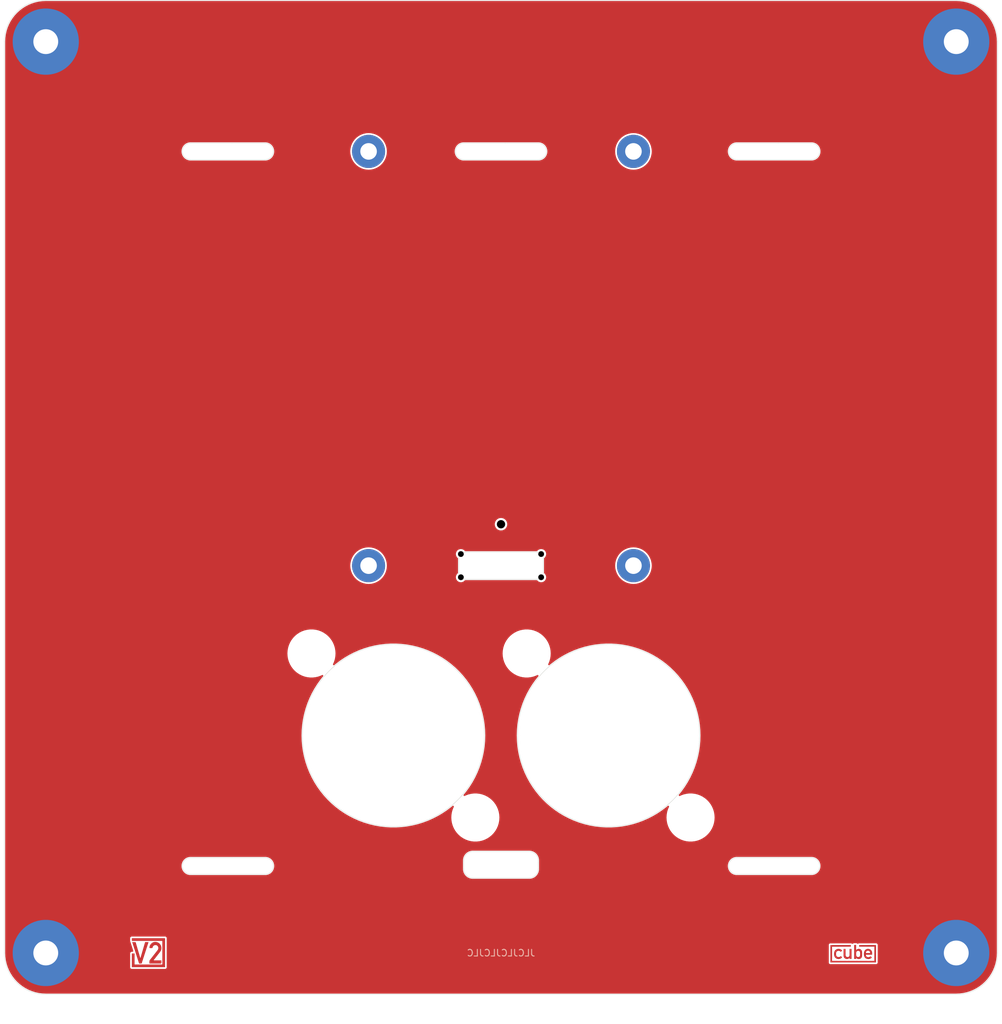
<source format=kicad_pcb>
(kicad_pcb (version 20240108) (generator "pcbnew") (generator_version "8.0")
  (title_block (date "2023-07-17") (rev "1"))
  (layers (0 "F.Cu" signal "Front") (31 "B.Cu" signal "Back") (36 "B.SilkS" user "B.Silkscreen") (37 "F.SilkS" user "F.Silkscreen") (38 "B.Mask" user) (39 "F.Mask" user) (44 "Edge.Cuts" user))
  (property "Order-Number" "JLCJLCJLCJLC")
  (net 0 "")
  (net 1 "GND")
  (footprint "V2_PCB_Devices:PCB_USB-C_Horizontal" (layer "F.Cu") (at 177 97.75 180)
    (property "Reference" "USB101" (hide yes))
    (property "Value" "USB-C_Horizontal" (hide yes))
    (fp_line (start 4.5 -2.1) (end 4.5 -1.1) (stroke (width 0.05)) (layer "Edge.Cuts"))
    (fp_line (start -3.4 0) (end 3.4 0) (stroke (width 0.05)) (layer "Edge.Cuts"))
    (fp_line (start -3.4 -3.2) (end 3.4 -3.2) (stroke (width 0.05)) (layer "Edge.Cuts"))
    (fp_line (start -4.5 -1.35) (end -4.5 -1.35) (stroke (width 0.05)) (layer "Edge.Cuts"))
    (fp_line (start -4.5 -2.1) (end -4.5 -1.1) (stroke (width 0.05)) (layer "Edge.Cuts"))
    (fp_arc (start 4.5 -1.1) (mid 4.177817 -0.322183) (end 3.4 0) (stroke (width 0.05)) (layer "Edge.Cuts"))
    (fp_arc (start 3.4 -3.2) (mid 4.177817 -2.877817) (end 4.5 -2.1) (stroke (width 0.05)) (layer "Edge.Cuts"))
    (fp_arc (start -3.4 0) (mid -4.177817 -0.322183) (end -4.5 -1.1) (stroke (width 0.05)) (layer "Edge.Cuts"))
    (fp_arc (start -4.5 -2.1) (mid -4.177817 -2.877817) (end -3.4 -3.2) (stroke (width 0.05)) (layer "Edge.Cuts"))
  )
  (footprint "V2_Mechanical:MountingHole_2mm_Pad_4mm" (layer "F.Cu") (at 193 63.25)
    (property "Reference" "H101" (hide yes))
    (property "Value" "Mounting_Hole")
    (pad "1" thru_hole custom (at 0 0) (size 4 4) (drill 2) (layers "*.Cu" "*.Mask") (options (clearance outline) (anchor circle)) (primitives (gr_bbox (start -0.75 -0.75) (end 0.75 0.75) (fill no))))
  )
  (footprint "V2_PCB_Devices:PCB_EtherCon_Horizontal" (layer "F.Cu") (at 190 96.25)
    (property "Reference" "SWT103" (hide yes))
    (property "Value" "EtherCon_Horizontal" (hide yes))
    (fp_circle (center 0 -12.5) (end 11 -12.5) (stroke (width 0.05)) (fill none) (layer "Edge.Cuts"))
    (pad "" np_thru_hole circle (at -9.9 -22.4) (size 3 3) (drill 3) (layers "F&B.Cu" "*.Mask"))
    (pad "" np_thru_hole circle (at 9.9 -2.6) (size 3 3) (drill 3) (layers "F&B.Cu" "*.Mask"))
  )
  (footprint "V2_Artwork:Logo_Small" (layer "F.Cu") (at 134.5 110)
    (property "Reference" "ICON102" (hide yes))
    (property "Value" "V2-logo" (hide yes))
    (fp_poly (pts (xy 1.91 1.7195) (xy -2.1005 1.7195) (xy -2.1005 0.0585) (xy -1.773 0.0585) (xy -1.773 1.392) (xy 1.5825 1.392) (xy 1.5825 -1.4555) (xy -2.1005 -1.4555) (xy -2.1005 -1.783) (xy 1.91 -1.783)) (fill solid) (layer "F.Cu"))
    (fp_poly (pts (xy -1.617677 -1.221322) (xy -1.084635 0.601822) (xy -1.059048 0.604213) (xy -0.526231 -1.218162) (xy -0.494416 -1.314387) (xy -0.190339 -1.314387) (xy -0.085353 -1.31286) (xy -0.918222 1.270316) (xy -1.019731 1.273487) (xy -1.223737 1.273487) (xy -2.056569 -1.309583) (xy -1.95594 -1.314387) (xy -1.651908 -1.314387)) (fill solid) (layer "F.Cu"))
    (fp_poly (pts (xy 0.862421 -1.32688) (xy 0.960344 -1.303887) (xy 1.053932 -1.266924) (xy 1.140943 -1.216397) (xy 1.219701 -1.153847) (xy 1.289786 -1.081749) (xy 1.350542 -1.001625) (xy 1.399768 -0.913898) (xy 1.435918 -0.820016) (xy 1.458468 -0.722) (xy 1.467956 -0.621911) (xy 1.465544 -0.521418) (xy 1.450928 -0.421932) (xy 1.422941 -0.325314) (xy 1.381219 -0.233761) (xy 1.32667 -0.149382) (xy 0.531352 0.87181) (xy 0.569453 0.895459) (xy 1.36796 0.895459) (xy 1.468453 0.900054) (xy 1.468453 1.206089) (xy 1.430088 1.273471) (xy 0.0225 1.273487) (xy 0.0225 0.967661) (xy 0.055771 0.877369) (xy 0.979104 -0.30523) (xy 1.038253 -0.385132) (xy 1.080844 -0.473929) (xy 1.098164 -0.570885) (xy 1.091767 -0.669077) (xy 1.059415 -0.761986) (xy 1.005396 -0.844371) (xy 0.93265 -0.91011) (xy 0.842392 -0.947991) (xy 0.744555 -0.957379) (xy 0.647511 -0.941672) (xy 0.558941 -0.899254) (xy 0.485254 -0.834228) (xy 0.432401 -0.751364) (xy 0.402317 -0.656406) (xy 0.361353 -0.584278) (xy 0.055147 -0.584278) (xy 0.02538 -0.657535) (xy 0.039764 -0.758101) (xy 0.066781 -0.854983) (xy 0.107035 -0.947172) (xy 0.159906 -1.032748) (xy 0.223839 -1.110347) (xy 0.296655 -1.179682) (xy 0.377971 -1.238903) (xy 0.467163 -1.285515) (xy 0.562602 -1.317508) (xy 0.661819 -1.334283) (xy 0.76236 -1.336756)) (fill solid) (layer "F.Cu"))
    (zone (net 0) (net_name "") (layer "F.Cu") (connect_pads (clearance 0)) (min_thickness 0.254)
      (keepout (tracks not_allowed) (vias not_allowed) (pads not_allowed) (copperpour not_allowed) (footprints allowed))
      (fill (thermal_gap 0.508) (thermal_bridge_width 0.508))
      (polygon (pts (xy 132.2775 111.8415) (xy 136.532 111.8415) (xy 136.532 108.095) (xy 132.2775 108.095) (xy 132.2775 108.63475) (xy 132.70295 109.9365) (xy 132.2775 109.9365)))
    )
  )
  (footprint "V2_Mechanical:MountingHole_3mm_Pad_8mm" (layer "F.Cu") (at 122 0)
    (property "Reference" "H106" (hide yes))
    (property "Value" "Mounting_Hole")
    (pad "1" thru_hole custom (at 0 0) (size 8 8) (drill 3) (layers "*.Cu" "*.Mask") (net 1 "GND") (options (clearance outline) (anchor circle)) (primitives (gr_bbox (start -0.75 -0.75) (end 0.75 0.75) (fill no))))
  )
  (footprint "V2_Mechanical:MountingHole_2mm_Pad_4mm" (layer "F.Cu") (at 161 63.25)
    (property "Reference" "H104" (hide yes))
    (property "Value" "Mounting_Hole")
    (pad "1" thru_hole custom (at 0 0) (size 4 4) (drill 2) (layers "*.Cu" "*.Mask") (options (clearance outline) (anchor circle)) (primitives (gr_bbox (start -0.75 -0.75) (end 0.75 0.75) (fill no))))
  )
  (footprint "V2_Artwork:Board_cube_Small" (layer "F.Cu") (at 219.5 110)
    (property "Reference" "ICON101" (hide yes))
    (property "Value" "Board_cube")
    (fp_poly (pts (xy 2.804269 1.146786) (xy -2.702672 1.146786) (xy -2.702672 -0.956705) (xy -0.237898 -0.961707) (xy -0.237612 -0.763137) (xy -2.504363 -0.758635) (xy -2.504363 0.948216) (xy 2.606248 0.948216) (xy 2.60941 -0.764887) (xy 0.770026 -0.759885) (xy 0.769739 -0.958206) (xy 2.808292 -0.963957)) (fill solid) (layer "F.Cu"))
    (fp_poly (pts (xy -0.871949 0.232997) (xy -0.871683 0.248093) (xy -0.870885 0.262767) (xy -0.869555 0.277019) (xy -0.867691 0.290851) (xy -0.865293 0.304262) (xy -0.862361 0.317252) (xy -0.858894 0.32982) (xy -0.854892 0.341968) (xy -0.850353 0.353695) (xy -0.845277 0.365) (xy -0.839664 0.375884) (xy -0.833512 0.386348) (xy -0.826822 0.39639) (xy -0.819593 0.406011) (xy -0.811824 0.415211) (xy -0.803514 0.423989) (xy -0.794943 0.432288) (xy -0.786083 0.440046) (xy -0.776933 0.447266) (xy -0.767493 0.453948) (xy -0.757763 0.460091) (xy -0.747743 0.465698) (xy -0.737434 0.470767) (xy -0.726834 0.475301) (xy -0.715945 0.479299) (xy -0.704765 0.482762) (xy -0.693296 0.485691) (xy -0.681537 0.488086) (xy -0.669488 0.489948) (xy -0.657149 0.491277) (xy -0.644521 0.492074) (xy -0.631602 0.492339) (xy -0.618616 0.492074) (xy -0.605938 0.491277) (xy -0.593569 0.489948) (xy -0.581506 0.488086) (xy -0.569751 0.485691) (xy -0.558302 0.482762) (xy -0.547158 0.479299) (xy -0.536319 0.475301) (xy -0.525784 0.470767) (xy -0.515554 0.465698) (xy -0.505626 0.460091) (xy -0.496001 0.453948) (xy -0.486678 0.447266) (xy -0.477656 0.440046) (xy -0.468935 0.432288) (xy -0.460515 0.423989) (xy -0.45235 0.415211) (xy -0.444708 0.406011) (xy -0.437589 0.39639) (xy -0.430993 0.386348) (xy -0.424922 0.375884) (xy -0.419375 0.365) (xy -0.414354 0.353695) (xy -0.409859 0.341968) (xy -0.40589 0.32982) (xy -0.402448 0.317252) (xy -0.399535 0.304262) (xy -0.397149 0.290851) (xy -0.395293 0.277019) (xy -0.393966 0.262767) (xy -0.39317 0.248093) (xy -0.392904 0.232997) (xy -0.392904 -0.485271) (xy -0.150085 -0.485271) (xy -0.150085 0.721606) (xy -0.392904 0.721606) (xy -0.392904 0.592327) (xy -0.397852 0.592327) (xy -0.41306 0.609638) (xy -0.428848 0.625831) (xy -0.445214 0.640908) (xy -0.462158 0.654868) (xy -0.479679 0.667711) (xy -0.497777 0.679437) (xy -0.516451 0.690046) (xy -0.535701 0.699539) (xy -0.555525 0.707915) (xy -0.575924 0.715174) (xy -0.596897 0.721316) (xy -0.618442 0.726342) (xy -0.640561 0.730251) (xy -0.663251 0.733043) (xy -0.686512 0.734718) (xy -0.710344 0.735276) (xy -0.729012 0.734576) (xy -0.747448 0.733061) (xy -0.765654 0.730732) (xy -0.783629 0.727587) (xy -0.801375 0.723628) (xy -0.818892 0.718855) (xy -0.836181 0.713266) (xy -0.853243 0.706863) (xy -0.870077 0.699645) (xy -0.886685 0.691612) (xy -0.903066 0.682765) (xy -0.919223 0.673103) (xy -0.935155 0.662626) (xy -0.950863 0.651334) (xy -0.966347 0.639228) (xy -0.981609 0.626307) (xy -0.997494 0.612809) (xy -1.012374 0.598533) (xy -1.026249 0.58348) (xy -1.039119 0.567648) (xy -1.050985 0.551038) (xy -1.061845 0.533649) (xy -1.071701 0.515483) (xy -1.080552 0.496539) (xy -1.088397 0.476816) (xy -1.095238 0.456315) (xy -1.101074 0.435037) (xy -1.105905 0.41298) (xy -1.109732 0.390145) (xy -1.112553 0.366531) (xy -1.11437 0.34214) (xy -1.115181 0.316971) (xy -1.115181 -0.485271) (xy -0.871949 -0.485271)) (fill solid) (layer "F.Cu"))
    (fp_poly (pts (xy -1.7 -0.5) (xy -1.682782 -0.499076) (xy -1.665832 -0.497732) (xy -1.649151 -0.495969) (xy -1.632738 -0.493787) (xy -1.616593 -0.491186) (xy -1.600715 -0.488168) (xy -1.585103 -0.484733) (xy -1.569757 -0.480882) (xy -1.554675 -0.476614) (xy -1.539859 -0.471932) (xy -1.525306 -0.466834) (xy -1.511017 -0.461322) (xy -1.49699 -0.455397) (xy -1.483225 -0.449058) (xy -1.469722 -0.442307) (xy -1.456461 -0.435053) (xy -1.443421 -0.427496) (xy -1.430602 -0.419637) (xy -1.418003 -0.411476) (xy -1.405625 -0.403013) (xy -1.393465 -0.394248) (xy -1.381524 -0.385181) (xy -1.369801 -0.375811) (xy -1.358296 -0.36614) (xy -1.347007 -0.356167) (xy -1.335935 -0.345891) (xy -1.325078 -0.335314) (xy -1.314436 -0.324434) (xy -1.304009 -0.313253) (xy -1.293795 -0.301769) (xy -1.283795 -0.289983) (xy -1.462714 -0.130628) (xy -1.474469 -0.145471) (xy -1.486697 -0.159391) (xy -1.4994 -0.172387) (xy -1.512578 -0.18446) (xy -1.526232 -0.195611) (xy -1.540363 -0.20584) (xy -1.55497 -0.215148) (xy -1.570056 -0.223536) (xy -1.58562 -0.231003) (xy -1.601662 -0.237552) (xy -1.618184 -0.243181) (xy -1.635186 -0.247892) (xy -1.652669 -0.251685) (xy -1.670633 -0.254562) (xy -1.689079 -0.256521) (xy -1.708008 -0.257565) (xy -1.727035 -0.257481) (xy -1.745468 -0.256641) (xy -1.763307 -0.255046) (xy -1.780552 -0.252696) (xy -1.797203 -0.249591) (xy -1.813259 -0.245732) (xy -1.828721 -0.241117) (xy -1.843589 -0.235748) (xy -1.857862 -0.229624) (xy -1.871542 -0.222746) (xy -1.884627 -0.215113) (xy -1.897118 -0.206725) (xy -1.909015 -0.197584) (xy -1.920317 -0.187688) (xy -1.931025 -0.177038) (xy -1.941139 -0.165633) (xy -1.950659 -0.153475) (xy -1.959585 -0.140563) (xy -1.967916 -0.126896) (xy -1.975653 -0.112476) (xy -1.982796 -0.097302) (xy -1.989344 -0.081375) (xy -1.995299 -0.064693) (xy -2.000659 -0.047258) (xy -2.009597 -0.010128) (xy -2.016157 0.030015) (xy -2.020341 0.073171) (xy -2.022148 0.11934) (xy -2.021542 0.142654) (xy -2.020341 0.165216) (xy -2.018546 0.187025) (xy -2.016157 0.208081) (xy -2.013174 0.228384) (xy -2.009597 0.247935) (xy -2.005425 0.266734) (xy -2.000659 0.284779) (xy -1.995299 0.302073) (xy -1.989344 0.318614) (xy -1.982796 0.334403) (xy -1.975653 0.34944) (xy -1.967916 0.363725) (xy -1.959585 0.377258) (xy -1.950659 0.390039) (xy -1.941139 0.402068) (xy -1.931025 0.413345) (xy -1.920317 0.423871) (xy -1.909015 0.433645) (xy -1.897118 0.442667) (xy -1.884627 0.450938) (xy -1.871542 0.458457) (xy -1.857862 0.465225) (xy -1.843589 0.471242) (xy -1.828721 0.476508) (xy -1.813259 0.481022) (xy -1.797203 0.484786) (xy -1.780552 0.487798) (xy -1.763307 0.49006) (xy -1.745468 0.49157) (xy -1.727035 0.49233) (xy -1.708008 0.492339) (xy -1.689079 0.491575) (xy -1.670633 0.489868) (xy -1.652669 0.487218) (xy -1.635186 0.483625) (xy -1.618184 0.479089) (xy -1.601662 0.47361) (xy -1.58562 0.467189) (xy -1.570056 0.459824) (xy -1.55497 0.451517) (xy -1.540363 0.442267) (xy -1.526232 0.432074) (xy -1.512578 0.420938) (xy -1.4994 0.408859) (xy -1.486697 0.395837) (xy -1.474469 0.381873) (xy -1.462714 0.366966) (xy -1.283795 0.526319) (xy -1.293795 0.537469) (xy -1.304009 0.548362) (xy -1.314436 0.558999) (xy -1.325078 0.56938) (xy -1.335935 0.579505) (xy -1.347007 0.589373) (xy -1.358296 0.598985) (xy -1.369801 0.60834) (xy -1.381524 0.61744) (xy -1.393465 0.626283) (xy -1.405625 0.634869) (xy -1.418003 0.643199) (xy -1.430602 0.651273) (xy -1.443421 0.659091) (xy -1.456461 0.666652) (xy -1.469722 0.673957) (xy -1.483225 0.681129) (xy -1.49699 0.687854) (xy -1.511017 0.69413) (xy -1.525306 0.699961) (xy -1.539859 0.705344) (xy -1.554675 0.710282) (xy -1.569757 0.714776) (xy -1.585103 0.718824) (xy -1.600715 0.722428) (xy -1.616593 0.72559) (xy -1.632738 0.728308) (xy -1.649151 0.730584) (xy -1.665832 0.732418) (xy -1.682782 0.733811) (xy -1.7 0.734764) (xy -1.717489 0.735276) (xy -1.744031 0.734709) (xy -1.770167 0.733006) (xy -1.795896 0.730168) (xy -1.821217 0.726196) (xy -1.84613 0.721088) (xy -1.870634 0.714845) (xy -1.894729 0.707467) (xy -1.918413 0.698954) (xy -1.941687 0.689305) (xy -1.96455 0.678522) (xy -1.987001 0.666603) (xy -2.00904 0.65355) (xy -2.030665 0.639361) (xy -2.051877 0.624037) (xy -2.072674 0.607578) (xy -2.093057 0.589984) (xy -2.113367 0.571117) (xy -2.132401 0.550841) (xy -2.150161 0.529157) (xy -2.166644 0.506065) (xy -2.181853 0.481565) (xy -2.195786 0.455658) (xy -2.208443 0.428345) (xy -2.219826 0.399627) (xy -2.229932 0.369503) (xy -2.238764 0.337974) (xy -2.24632 0.305042) (xy -2.2526 0.270706) (xy -2.257605 0.234967) (xy -2.261335 0.197826) (xy -2.263789 0.159284) (xy -2.264968 0.11934) (xy -2.263789 0.078892) (xy -2.261335 0.039864) (xy -2.257605 0.002254) (xy -2.2526 -0.033937) (xy -2.24632 -0.068708) (xy -2.238764 -0.102061) (xy -2.229932 -0.133995) (xy -2.219826 -0.16451) (xy -2.208443 -0.193607) (xy -2.195786 -0.221284) (xy -2.181853 -0.247542) (xy -2.166644 -0.272382) (xy -2.150161 -0.295802) (xy -2.132401 -0.317804) (xy -2.113367 -0.338387) (xy -2.093057 -0.357551) (xy -2.072674 -0.375136) (xy -2.051877 -0.391568) (xy -2.030665 -0.406847) (xy -2.00904 -0.420971) (xy -1.987001 -0.433943) (xy -1.96455 -0.445761) (xy -1.941687 -0.456426) (xy -1.918413 -0.465937) (xy -1.894729 -0.474295) (xy -1.870634 -0.481499) (xy -1.84613 -0.48755) (xy -1.821217 -0.492447) (xy -1.795896 -0.496191) (xy -1.770167 -0.498782) (xy -1.744031 -0.500219) (xy -1.717489 -0.500503)) (fill solid) (layer "F.Cu"))
    (fp_poly (pts (xy 1.863806 -0.499697) (xy 1.888884 -0.497867) (xy 1.91347 -0.49501) (xy 1.937563 -0.491129) (xy 1.961163 -0.486223) (xy 1.98427 -0.480291) (xy 2.006885 -0.473334) (xy 2.029007 -0.465351) (xy 2.050636 -0.456344) (xy 2.071772 -0.446311) (xy 2.092415 -0.435252) (xy 2.112566 -0.423169) (xy 2.132224 -0.41006) (xy 2.151389 -0.395926) (xy 2.170061 -0.380767) (xy 2.18824 -0.364583) (xy 2.205845 -0.34719) (xy 2.22233 -0.328993) (xy 2.237695 -0.30999) (xy 2.251941 -0.290185) (xy 2.265069 -0.269575) (xy 2.277078 -0.248163) (xy 2.287971 -0.225949) (xy 2.297747 -0.202934) (xy 2.306407 -0.179117) (xy 2.313952 -0.1545) (xy 2.320381 -0.129083) (xy 2.325697 -0.102867) (xy 2.329899 -0.075852) (xy 2.332988 -0.048039) (xy 2.334965 -0.019428) (xy 2.33583 0.009979) (xy 2.33583 0.209954) (xy 1.583459 0.209954) (xy 1.583787 0.227846) (xy 1.584772 0.245197) (xy 1.586413 0.262007) (xy 1.588709 0.278274) (xy 1.591659 0.294) (xy 1.595264 0.309183) (xy 1.599522 0.323822) (xy 1.604433 0.337916) (xy 1.609996 0.351467) (xy 1.61621 0.364472) (xy 1.623076 0.376931) (xy 1.630592 0.388844) (xy 1.638758 0.400209) (xy 1.647573 0.411028) (xy 1.657036 0.421298) (xy 1.667147 0.431019) (xy 1.67708 0.440246) (xy 1.687399 0.448887) (xy 1.698103 0.456939) (xy 1.709192 0.464401) (xy 1.720665 0.471274) (xy 1.732521 0.477555) (xy 1.74476 0.483243) (xy 1.757381 0.488337) (xy 1.770384 0.492836) (xy 1.783768 0.496739) (xy 1.797533 0.500045) (xy 1.811677 0.502752) (xy 1.8262 0.504859) (xy 1.841102 0.506366) (xy 1.856382 0.507271) (xy 1.872039 0.507573) (xy 1.89032 0.507115) (xy 1.908368 0.505741) (xy 1.926181 0.503451) (xy 1.943759 0.500243) (xy 1.961101 0.496118) (xy 1.978204 0.491074) (xy 1.995068 0.485112) (xy 2.011692 0.47823) (xy 2.028074 0.470428) (xy 2.044214 0.461706) (xy 2.060109 0.452062) (xy 2.07576 0.441497) (xy 2.091164 0.43001) (xy 2.10632 0.417599) (xy 2.121228 0.404266) (xy 2.135885 0.390008) (xy 2.311507 0.539989) (xy 2.288139 0.563955) (xy 2.264259 0.586347) (xy 2.239868 0.607167) (xy 2.214967 0.626416) (xy 2.189557 0.644095) (xy 2.163637 0.660206) (xy 2.137209 0.674748) (xy 2.110273 0.687725) (xy 2.08283 0.699135) (xy 2.05488 0.708982) (xy 2.026425 0.717265) (xy 1.997463 0.723987) (xy 1.967997 0.729148) (xy 1.938027 0.732749) (xy 1.907553 0.734791) (xy 1.876575 0.735276) (xy 1.852826 0.734854) (xy 1.829204 0.73358) (xy 1.805716 0.731445) (xy 1.782374 0.728441) (xy 1.759186 0.724559) (xy 1.736163 0.719788) (xy 1.713313 0.71412) (xy 1.690647 0.707547) (xy 1.679263 0.703575) (xy 1.667986 0.699277) (xy 1.656805 0.69466) (xy 1.645711 0.689726) (xy 1.634694 0.684482) (xy 1.623745 0.67893) (xy 1.612854 0.673077) (xy 1.602012 0.666926) (xy 1.590804 0.661197) (xy 1.579756 0.655142) (xy 1.568872 0.648767) (xy 1.558157 0.642076) (xy 1.547616 0.635074) (xy 1.537254 0.627765) (xy 1.527076 0.620155) (xy 1.517086 0.612246) (xy 1.507617 0.603614) (xy 1.498379 0.594561) (xy 1.489372 0.585089) (xy 1.480595 0.575197) (xy 1.472047 0.564886) (xy 1.463728 0.554157) (xy 1.455638 0.54301) (xy 1.447775 0.531446) (xy 1.440139 0.519466) (xy 1.43273 0.50707) (xy 1.425547 0.494258) (xy 1.418589 0.481031) (xy 1.411855 0.467391) (xy 1.405346 0.453336) (xy 1.39906 0.438869) (xy 1.392997 0.423989) (xy 1.386634 0.409146) (xy 1.380686 0.393762) (xy 1.375152 0.377839) (xy 1.370032 0.361375) (xy 1.365325 0.344371) (xy 1.361031 0.326827) (xy 1.357148 0.308743) (xy 1.353677 0.290119) (xy 1.350616 0.270955) (xy 1.347965 0.251251) (xy 1.345724 0.231006) (xy 1.343892 0.210222) (xy 1.341451 0.167033) (xy 1.340639 0.121683) (xy 1.340813 0.099512) (xy 1.341336 0.077817) (xy 1.34221 0.056598) (xy 1.343435 0.035854) (xy 1.345012 0.015587) (xy 1.34556 0.009979) (xy 1.583459 0.009979) (xy 2.092598 0.009979) (xy 2.091796 -0.007331) (xy 2.090472 -0.02411) (xy 2.088627 -0.040356) (xy 2.086259 -0.05607) (xy 2.08337 -0.071251) (xy 2.07996 -0.085898) (xy 2.076027 -0.100011) (xy 2.071573 -0.113589) (xy 2.066597 -0.126631) (xy 2.061099 -0.139137) (xy 2.055079 -0.151107) (xy 2.048538 -0.162539) (xy 2.041475 -0.173434) (xy 2.03389 -0.18379) (xy 2.025783 -0.193607) (xy 2.017155 -0.202884) (xy 2.00827 -0.211187) (xy 1.999084 -0.218958) (xy 1.989597 -0.226197) (xy 1.979806 -0.232904) (xy 1.969711 -0.239077) (xy 1.959311 -0.244716) (xy 1.948604 -0.249821) (xy 1.937589 -0.254391) (xy 1.926264 -0.258426) (xy 1.914629 -0.261925) (xy 1.902683 -0.264886) (xy 1.890424 -0.267311) (xy 1.877851 -0.269198) (xy 1.864962 -0.270546) (xy 1.851757 -0.271356) (xy 1.838235 -0.271626) (xy 1.824708 -0.271356) (xy 1.81149 -0.270546) (xy 1.798581 -0.269198) (xy 1.785981 -0.267311) (xy 1.773691 -0.264886) (xy 1.76171 -0.261925) (xy 1.750038 -0.258426) (xy 1.738675 -0.254391) (xy 1.727621 -0.249821) (xy 1.716877 -0.244716) (xy 1.706442 -0.239077) (xy 1.696316 -0.232904) (xy 1.686499 -0.226197) (xy 1.676991 -0.218958) (xy 1.667793 -0.211187) (xy 1.658903 -0.202884) (xy 1.650633 -0.193607) (xy 1.642828 -0.18379) (xy 1.63549 -0.173434) (xy 1.628621 -0.162539) (xy 1.622224 -0.151107) (xy 1.616299 -0.139137) (xy 1.610849 -0.126631) (xy 1.605876 -0.113589) (xy 1.601381 -0.100011) (xy 1.597366 -0.085898) (xy 1.593833 -0.071251) (xy 1.590783 -0.05607) (xy 1.588219 -0.040356) (xy 1.586143 -0.02411) (xy 1.584555 -0.007331) (xy 1.583459 0.009979) (xy 1.34556 0.009979) (xy 1.346944 -0.004204) (xy 1.34923 -0.023519) (xy 1.351873 -0.042358) (xy 1.354874 -0.060721) (xy 1.358233 -0.078608) (xy 1.361952 -0.096019) (xy 1.366032 -0.112954) (xy 1.370474 -0.129413) (xy 1.37528 -0.145396) (xy 1.380451 -0.160903) (xy 1.385987 -0.175934) (xy 1.391731 -0.190892) (xy 1.397679 -0.205447) (xy 1.403829 -0.219599) (xy 1.410182 -0.233349) (xy 1.416738 -0.246695) (xy 1.423496 -0.259639) (xy 1.430458 -0.272181) (xy 1.437623 -0.284319) (xy 1.44499 -0.296055) (xy 1.452561 -0.307388) (xy 1.460334 -0.318318) (xy 1.46831 -0.328845) (xy 1.47649 -0.33897) (xy 1.484872 -0.348691) (xy 1.493457 -0.35801) (xy 1.502245 -0.366926) (xy 1.511284 -0.375632) (xy 1.520467 -0.384027) (xy 1.529794 -0.392112) (xy 1.539264 -0.399887) (xy 1.548877 -0.407353) (xy 1.558631 -0.414511) (xy 1.568527 -0.421361) (xy 1.578564 -0.427904) (xy 1.58874 -0.434141) (xy 1.599056 -0.440071) (xy 1.609511 -0.445696) (xy 1.620105 -0.451016) (xy 1.630836 -0.456031) (xy 1.641704 -0.460743) (xy 1.652708 -0.465151) (xy 1.663849 -0.469257) (xy 1.685918 -0.476543) (xy 1.707909 -0.482872) (xy 1.729823 -0.48824) (xy 1.740751 -0.490562) (xy 1.75166 -0.492642) (xy 1.76255 -0.49448) (xy 1.77342 -0.496074) (xy 1.784271 -0.497425) (xy 1.795102 -0.498532) (xy 1.805914 -0.499393) (xy 1.816707 -0.500009) (xy 1.82748 -0.500379) (xy 1.838235 -0.500503)) (fill solid) (layer "F.Cu"))
    (fp_poly (pts (xy 0.406875 -0.357551) (xy 0.415199 -0.365442) (xy 0.423628 -0.373151) (xy 0.432161 -0.380677) (xy 0.440797 -0.388022) (xy 0.449534 -0.395187) (xy 0.458371 -0.402171) (xy 0.467307 -0.408976) (xy 0.476341 -0.415601) (xy 0.494698 -0.428317) (xy 0.513431 -0.440323) (xy 0.532532 -0.451625) (xy 0.55199 -0.462226) (xy 0.561261 -0.46684) (xy 0.570678 -0.47116) (xy 0.580243 -0.475186) (xy 0.589956 -0.478917) (xy 0.599819 -0.482353) (xy 0.609833 -0.485494) (xy 0.619999 -0.488338) (xy 0.630319 -0.490885) (xy 0.640793 -0.493134) (xy 0.651423 -0.495086) (xy 0.66221 -0.496739) (xy 0.673155 -0.498092) (xy 0.684259 -0.499146) (xy 0.695524 -0.4999) (xy 0.706952 -0.500352) (xy 0.718542 -0.500503) (xy 0.745823 -0.499198) (xy 0.772168 -0.49675) (xy 0.797578 -0.493157) (xy 0.822051 -0.488419) (xy 0.84559 -0.482538) (xy 0.868194 -0.475512) (xy 0.889865 -0.467342) (xy 0.900351 -0.462828) (xy 0.910603 -0.458028) (xy 0.920622 -0.452941) (xy 0.930409 -0.447569) (xy 0.939962 -0.441911) (xy 0.949282 -0.435966) (xy 0.95837 -0.429736) (xy 0.967224 -0.423219) (xy 0.975847 -0.416416) (xy 0.984236 -0.409328) (xy 0.992393 -0.401953) (xy 1.000318 -0.394292) (xy 1.00801 -0.386345) (xy 1.01547 -0.378112) (xy 1.022698 -0.369593) (xy 1.029694 -0.360788) (xy 1.036457 -0.351697) (xy 1.042989 -0.34232) (xy 1.049124 -0.335074) (xy 1.05501 -0.327545) (xy 1.060645 -0.319732) (xy 1.06603 -0.311635) (xy 1.071167 -0.303255) (xy 1.076056 -0.29459) (xy 1.080697 -0.285642) (xy 1.085091 -0.27641) (xy 1.089238 -0.266894) (xy 1.09314 -0.257095) (xy 1.096797 -0.247012) (xy 1.100209 -0.236645) (xy 1.103377 -0.225994) (xy 1.106302 -0.21506) (xy 1.108984 -0.203842) (xy 1.111424 -0.19234) (xy 1.115482 -0.167385) (xy 1.118999 -0.138513) (xy 1.121975 -0.105723) (xy 1.12441 -0.069015) (xy 1.126303 -0.028389) (xy 1.127656 0.016155) (xy 1.128468 0.064617) (xy 1.128738 0.116997) (xy 1.128468 0.168571) (xy 1.127656 0.216374) (xy 1.126303 0.260405) (xy 1.12441 0.300665) (xy 1.121975 0.337153) (xy 1.118999 0.36987) (xy 1.115482 0.398816) (xy 1.111424 0.423989) (xy 1.108984 0.43599) (xy 1.106302 0.44768) (xy 1.103377 0.459059) (xy 1.100209 0.470126) (xy 1.096797 0.480882) (xy 1.09314 0.491327) (xy 1.089238 0.501461) (xy 1.085091 0.511283) (xy 1.080697 0.520794) (xy 1.076056 0.529994) (xy 1.071167 0.538883) (xy 1.06603 0.54746) (xy 1.060645 0.555726) (xy 1.05501 0.563681) (xy 1.049124 0.571325) (xy 1.042989 0.578657) (xy 1.036607 0.587262) (xy 1.029983 0.595647) (xy 1.023116 0.603813) (xy 1.016006 0.611759) (xy 1.008652 0.619485) (xy 1.001053 0.626991) (xy 0.993209 0.634278) (xy 0.985119 0.641345) (xy 0.976783 0.648192) (xy 0.9682 0.65482) (xy 0.959369 0.661227) (xy 0.95029 0.667415) (xy 0.940962 0.673384) (xy 0.931385 0.679132) (xy 0.921557 0.684661) (xy 0.91148 0.689971) (xy 0.901305 0.695225) (xy 0.890879 0.700151) (xy 0.880202 0.70475) (xy 0.869274 0.709023) (xy 0.858095 0.712971) (xy 0.846664 0.716595) (xy 0.834982 0.719897) (xy 0.823049 0.722876) (xy 0.810865 0.725536) (xy 0.79843 0.727876) (xy 0.785743 0.729898) (xy 0.772805 0.731603) (xy 0.759616 0.732992) (xy 0.746176 0.734067) (xy 0.732484 0.734828) (xy 0.718542 0.735276) (xy 0.694932 0.734242) (xy 0.671873 0.732166) (xy 0.649365 0.72905) (xy 0.627408 0.724896) (xy 0.606001 0.719705) (xy 0.585145 0.713479) (xy 0.564839 0.706219) (xy 0.545085 0.697928) (xy 0.525881 0.688608) (xy 0.507228 0.678259) (xy 0.489126 0.666883) (xy 0.471574 0.654483) (xy 0.454573 0.64106) (xy 0.438123 0.626616) (xy 0.422224 0.611152) (xy 0.406875 0.594671) (xy 0.406875 0.721606) (xy 0.163643 0.721606) (xy 0.163643 0.116997) (xy 0.406875 0.116997) (xy 0.40699 0.132998) (xy 0.407333 0.149073) (xy 0.407897 0.165221) (xy 0.408679 0.181442) (xy 0.409673 0.197736) (xy 0.410876 0.214103) (xy 0.412281 0.230544) (xy 0.413884 0.247057) (xy 0.415834 0.2637) (xy 0.418277 0.279945) (xy 0.421203 0.295797) (xy 0.424602 0.311259) (xy 0.428466 0.326337) (xy 0.432783 0.341035) (xy 0.437545 0.355357) (xy 0.442742 0.369309) (xy 0.445781 0.376038) (xy 0.449023 0.382602) (xy 0.45247 0.389002) (xy 0.456121 0.395239) (xy 0.459978 0.401314) (xy 0.46404 0.407227) (xy 0.468309 0.412979) (xy 0.472785 0.41857) (xy 0.477469 0.424001) (xy 0.482362 0.429272) (xy 0.487463 0.434384) (xy 0.492773 0.439337) (xy 0.498294 0.444133) (xy 0.504026 0.448771) (xy 0.509969 0.453253) (xy 0.516124 0.457578) (xy 0.522206 0.46183) (xy 0.52855 0.4658) (xy 0.535156 0.469488) (xy 0.542025 0.472896) (xy 0.549157 0.476025) (xy 0.556553 0.478875) (xy 0.564213 0.481449) (xy 0.572139 0.483747) (xy 0.58033 0.48577) (xy 0.588788 0.48752) (xy 0.597512 0.488997) (xy 0.606504 0.490204) (xy 0.615764 0.49114) (xy 0.625293 0.491807) (xy 0.635092 0.492207) (xy 0.64516 0.492339) (xy 0.655765 0.492211) (xy 0.666089 0.491828) (xy 0.676133 0.491189) (xy 0.685897 0.490295) (xy 0.695381 0.489147) (xy 0.704584 0.487746) (xy 0.713507 0.486093) (xy 0.72215 0.484186) (xy 0.730513 0.482028) (xy 0.738595 0.479619) (xy 0.746397 0.476959) (xy 0.753919 0.47405) (xy 0.761161 0.47089) (xy 0.768123 0.467482) (xy 0.774804 0.463826) (xy 0.781205 0.459922) (xy 0.787351 0.455605) (xy 0.793265 0.451151) (xy 0.798948 0.446559) (xy 0.804402 0.441827) (xy 0.809626 0.436956) (xy 0.81462 0.431944) (xy 0.819387 0.426792) (xy 0.823926 0.421499) (xy 0.828238 0.416063) (xy 0.832323 0.410485) (xy 0.836183 0.404765) (xy 0.839817 0.3989) (xy 0.843227 0.392891) (xy 0.846413 0.386738) (xy 0.849375 0.380439) (xy 0.852114 0.373994) (xy 0.857738 0.360025) (xy 0.862865 0.345648) (xy 0.867499 0.330859) (xy 0.871645 0.315653) (xy 0.875308 0.300026) (xy 0.878492 0.283974) (xy 0.881204 0.267491) (xy 0.883446 0.250574) (xy 0.884528 0.217838) (xy 0.885301 0.184664) (xy 0.885765 0.15105) (xy 0.88592 0.116997) (xy 0.885765 0.081186) (xy 0.885301 0.045815) (xy 0.884528 0.010883) (xy 0.883446 -0.02361) (xy 0.881204 -0.039557) (xy 0.878492 -0.05518) (xy 0.875308 -0.070482) (xy 0.871645 -0.085468) (xy 0.867499 -0.100142) (xy 0.862865 -0.114511) (xy 0.857738 -0.128577) (xy 0.852114 -0.142345) (xy 0.849375 -0.149068) (xy 0.846413 -0.155617) (xy 0.843227 -0.161989) (xy 0.839817 -0.168184) (xy 0.836183 -0.1742) (xy 0.832323 -0.180037) (xy 0.828238 -0.185693) (xy 0.823926 -0.191167) (xy 0.819387 -0.196458) (xy 0.81462 -0.201565) (xy 0.809626 -0.206486) (xy 0.804402 -0.211221) (xy 0.798948 -0.215768) (xy 0.793265 -0.220126) (xy 0.787351 -0.224295) (xy 0.781205 -0.228272) (xy 0.774804 -0.231819) (xy 0.768123 -0.235138) (xy 0.761161 -0.238227) (xy 0.753919 -0.241088) (xy 0.746397 -0.243719) (xy 0.738595 -0.246122) (xy 0.730513 -0.248296) (xy 0.72215 -0.250242) (xy 0.713507 -0.251958) (xy 0.704584 -0.253446) (xy 0.695381 -0.254704) (xy 0.685897 -0.255734) (xy 0.676133 -0.256535) (xy 0.666089 -0.257108) (xy 0.655765 -0.257451) (xy 0.64516 -0.257565) (xy 0.635092 -0.257433) (xy 0.625293 -0.257035) (xy 0.615764 -0.256373) (xy 0.606504 -0.255447) (xy 0.597512 -0.254259) (xy 0.588788 -0.252807) (xy 0.58033 -0.251094) (xy 0.572139 -0.249119) (xy 0.564213 -0.246883) (xy 0.556553 -0.244387) (xy 0.549157 -0.241631) (xy 0.542025 -0.238616) (xy 0.535156 -0.235342) (xy 0.52855 -0.231811) (xy 0.522206 -0.228021) (xy 0.516124 -0.223976) (xy 0.509969 -0.21965) (xy 0.504026 -0.215168) (xy 0.498294 -0.210528) (xy 0.492773 -0.205729) (xy 0.487463 -0.200769) (xy 0.482362 -0.195648) (xy 0.477469 -0.190365) (xy 0.472785 -0.184918) (xy 0.468309 -0.179306) (xy 0.46404 -0.173529) (xy 0.459978 -0.167584) (xy 0.456121 -0.161471) (xy 0.45247 -0.155189) (xy 0.449023 -0.148736) (xy 0.445781 -0.142111) (xy 0.442742 -0.135314) (xy 0.437545 -0.121547) (xy 0.432783 -0.107486) (xy 0.428466 -0.093133) (xy 0.424602 -0.078486) (xy 0.421203 -0.063547) (xy 0.418277 -0.048315) (xy 0.415834 -0.032789) (xy 0.413884 -0.016971) (xy 0.412281 -0.000786) (xy 0.410876 0.015551) (xy 0.409673 0.032043) (xy 0.408679 0.048695) (xy 0.407897 0.065512) (xy 0.407333 0.082498) (xy 0.40699 0.099658) (xy 0.406875 0.116997) (xy 0.163643 0.116997) (xy 0.163643 -0.973879) (xy 0.406875 -0.973879)) (fill solid) (layer "F.Cu"))
    (zone (net 0) (net_name "") (layer "F.Cu") (connect_pads (clearance 0)) (min_thickness 0.254)
      (keepout (tracks not_allowed) (vias not_allowed) (pads not_allowed) (copperpour not_allowed) (footprints not_allowed))
      (fill (thermal_gap 0.508) (thermal_bridge_width 0.508))
      (polygon (pts (xy 222.426179 111.254659) (xy 216.682402 111.251741) (xy 216.682402 108.924338) (xy 222.426179 108.927256)))
    )
  )
  (footprint "V2_Mechanical:MountingHole_1mm" (layer "F.Cu") (at 177 58.25)
    (property "Reference" "H105" (hide yes))
    (property "Value" "MountingHole_1mm" (hide yes))
    (pad "" np_thru_hole circle (at 0 0) (size 1 1) (drill 1) (layers "*.Mask"))
  )
  (footprint "V2_Mechanical:MountingHole_3mm_Pad_8mm" (layer "F.Cu") (at 122 110)
    (property "Reference" "H110" (hide yes))
    (property "Value" "Mounting_Hole")
    (pad "1" thru_hole custom (at 0 0) (size 8 8) (drill 3) (layers "*.Cu" "*.Mask") (net 1 "GND") (options (clearance outline) (anchor circle)) (primitives (gr_bbox (start -0.75 -0.75) (end 0.75 0.75) (fill no))))
  )
  (footprint "V2_Mechanical:MountingHole_3mm_Pad_8mm" (layer "F.Cu") (at 232 110)
    (property "Reference" "H111" (hide yes))
    (property "Value" "Mounting_Hole")
    (pad "1" thru_hole custom (at 0 0) (size 8 8) (drill 3) (layers "*.Cu" "*.Mask") (net 1 "GND") (options (clearance outline) (anchor circle)) (primitives (gr_bbox (start -0.75 -0.75) (end 0.75 0.75) (fill no))))
  )
  (footprint "V2_Mechanical:MountingHole_3mm_Pad_8mm" (layer "F.Cu") (at 232 0)
    (property "Reference" "H107" (hide yes))
    (property "Value" "Mounting_Hole")
    (pad "1" thru_hole custom (at 0 0) (size 8 8) (drill 3) (layers "*.Cu" "*.Mask") (net 1 "GND") (options (clearance outline) (anchor circle)) (primitives (gr_bbox (start -0.75 -0.75) (end 0.75 0.75) (fill no))))
  )
  (footprint "V2_PCB_Devices:PCB_Button-top" (layer "F.Cu") (at 177 63.25 90)
    (property "Reference" "SWT101" (hide yes))
    (property "Value" "Button-top" (hide yes))
    (fp_line (start 1.65 -5.1) (end 1.65 5.1) (stroke (width 0.05)) (layer "Edge.Cuts"))
    (fp_line (start -1.65 -5.1) (end 1.65 -5.1) (stroke (width 0.05)) (layer "Edge.Cuts"))
    (fp_line (start 1.65 5.1) (end -1.65 5.1) (stroke (width 0.05)) (layer "Edge.Cuts"))
    (fp_line (start -1.65 5.1) (end -1.65 -5.1) (stroke (width 0.05)) (layer "Edge.Cuts"))
    (pad "" np_thru_hole circle (at -1.4 -4.85 90) (size 0.7 0.7) (drill 0.7) (layers "*.Mask"))
    (pad "" np_thru_hole circle (at -1.4 4.85 90) (size 0.7 0.7) (drill 0.7) (layers "*.Mask"))
    (pad "" np_thru_hole circle (at 1.4 -4.85 90) (size 0.7 0.7) (drill 0.7) (layers "*.Mask"))
    (pad "" np_thru_hole circle (at 1.4 4.85 90) (size 0.7 0.7) (drill 0.7) (layers "*.Mask"))
  )
  (footprint "V2_Mechanical:MountingHole_2mm_Pad_4mm" (layer "F.Cu") (at 193 13.25)
    (property "Reference" "H102" (hide yes))
    (property "Value" "Mounting_Hole")
    (pad "1" thru_hole custom (at 0 0) (size 4 4) (drill 2) (layers "*.Cu" "*.Mask") (options (clearance outline) (anchor circle)) (primitives (gr_bbox (start -0.75 -0.75) (end 0.75 0.75) (fill no))))
  )
  (footprint "V2_PCB_Devices:PCB_EtherCon_Horizontal" (layer "F.Cu") (at 164 96.25)
    (property "Reference" "SWT102" (hide yes))
    (property "Value" "EtherCon_Horizontal" (hide yes))
    (fp_circle (center 0 -12.5) (end 11 -12.5) (stroke (width 0.05)) (fill none) (layer "Edge.Cuts"))
    (pad "" np_thru_hole circle (at -9.9 -22.4) (size 3 3) (drill 3) (layers "F&B.Cu" "*.Mask"))
    (pad "" np_thru_hole circle (at 9.9 -2.6) (size 3 3) (drill 3) (layers "F&B.Cu" "*.Mask"))
  )
  (footprint "V2_Mechanical:MountingHole_2mm_Pad_4mm" (layer "F.Cu") (at 161 13.25)
    (property "Reference" "H103" (hide yes))
    (property "Value" "Mounting_Hole")
    (pad "1" thru_hole custom (at 0 0) (size 4 4) (drill 2) (layers "*.Cu" "*.Mask") (options (clearance outline) (anchor circle)) (primitives (gr_bbox (start -0.75 -0.75) (end 0.75 0.75) (fill no))))
  )
  (footprint "V2_Production:Order_Number" (layer "B.Cu") (at 177 110 180)
    (property "Reference" "INFO101" (hide yes))
    (property "Value" "ORDER-NUMBER" (hide yes))
    (fp_text user "${Order-Number}" (at 0 0 0) (layer "B.SilkS") (effects (font (size 0.8 0.8) (thickness 0.12)) (justify mirror)))
  )
  (gr_line (start 139.5 12.25) (end 148.5 12.25) (stroke (width 0.05)) (layer "Edge.Cuts"))
  (gr_line (start 205.5 98.5) (end 214.5 98.5) (stroke (width 0.05)) (layer "Edge.Cuts"))
  (gr_line (start 177.5 12.25) (end 177.5 12.25) (stroke (width 0.05)) (layer "Edge.Cuts"))
  (gr_line (start 210.5 12.25) (end 210.5 12.25) (stroke (width 0.05)) (layer "Edge.Cuts"))
  (gr_line (start 172.5 12.25) (end 181.5 12.25) (stroke (width 0.05)) (layer "Edge.Cuts"))
  (gr_arc (start 214.5 98.5) (mid 215.5 99.5) (end 214.5 100.5) (stroke (width 0.05)) (layer "Edge.Cuts"))
  (gr_line (start 117 0) (end 117 110) (stroke (width 0.05)) (layer "Edge.Cuts"))
  (gr_line (start 144.5 98.5) (end 144.5 98.5) (stroke (width 0.05)) (layer "Edge.Cuts"))
  (gr_arc (start 214.5 12.25) (mid 215.5 13.25) (end 214.5 14.25) (stroke (width 0.05)) (layer "Edge.Cuts"))
  (gr_line (start 210.5 98.5) (end 210.5 98.5) (stroke (width 0.05)) (layer "Edge.Cuts"))
  (gr_line (start 122 -5) (end 232 -5) (stroke (width 0.05)) (layer "Edge.Cuts"))
  (gr_line (start 172.5 14.25) (end 181.5 14.25) (stroke (width 0.05)) (layer "Edge.Cuts"))
  (gr_arc (start 181.5 12.25) (mid 182.5 13.25) (end 181.5 14.25) (stroke (width 0.05)) (layer "Edge.Cuts"))
  (gr_arc (start 139.5 14.25) (mid 138.5 13.25) (end 139.5 12.25) (stroke (width 0.05)) (layer "Edge.Cuts"))
  (gr_arc (start 205.5 100.5) (mid 204.5 99.5) (end 205.5 98.5) (stroke (width 0.05)) (layer "Edge.Cuts"))
  (gr_arc (start 148.5 12.25) (mid 149.5 13.25) (end 148.5 14.25) (stroke (width 0.05)) (layer "Edge.Cuts"))
  (gr_arc (start 139.5 100.5) (mid 138.5 99.5) (end 139.5 98.5) (stroke (width 0.05)) (layer "Edge.Cuts"))
  (gr_line (start 139.5 14.25) (end 148.5 14.25) (stroke (width 0.05)) (layer "Edge.Cuts"))
  (gr_line (start 205.5 100.5) (end 214.5 100.5) (stroke (width 0.05)) (layer "Edge.Cuts"))
  (gr_line (start 237 0) (end 237 110) (stroke (width 0.05)) (layer "Edge.Cuts"))
  (gr_arc (start 172.5 14.25) (mid 171.5 13.25) (end 172.5 12.25) (stroke (width 0.05)) (layer "Edge.Cuts"))
  (gr_line (start 139.5 100.5) (end 148.5 100.5) (stroke (width 0.05)) (layer "Edge.Cuts"))
  (gr_line (start 144.5 12.25) (end 144.5 12.25) (stroke (width 0.05)) (layer "Edge.Cuts"))
  (gr_arc (start 122 115) (mid 118.464467 113.535534) (end 117 110) (stroke (width 0.05)) (layer "Edge.Cuts"))
  (gr_line (start 205.5 14.25) (end 214.5 14.25) (stroke (width 0.05)) (layer "Edge.Cuts"))
  (gr_arc (start 205.5 14.25) (mid 204.5 13.25) (end 205.5 12.25) (stroke (width 0.05)) (layer "Edge.Cuts"))
  (gr_line (start 139.5 98.5) (end 148.5 98.5) (stroke (width 0.05)) (layer "Edge.Cuts"))
  (gr_arc (start 237 110) (mid 235.535534 113.535533) (end 232 115) (stroke (width 0.05)) (layer "Edge.Cuts"))
  (gr_line (start 205.5 12.25) (end 214.5 12.25) (stroke (width 0.05)) (layer "Edge.Cuts"))
  (gr_arc (start 117 0) (mid 118.464466 -3.535533) (end 122 -5) (stroke (width 0.05)) (layer "Edge.Cuts"))
  (gr_arc (start 148.5 98.5) (mid 149.5 99.5) (end 148.5 100.5) (stroke (width 0.05)) (layer "Edge.Cuts"))
  (gr_arc (start 232 -5) (mid 235.535533 -3.535534) (end 237 0) (stroke (width 0.05)) (layer "Edge.Cuts"))
  (gr_line (start 122 115) (end 232 115) (stroke (width 0.05)) (layer "Edge.Cuts"))
  (zone (net 1) (net_name "GND") (layer "F.Cu") (priority 1) (connect_pads yes (clearance 0.2)) (min_thickness 0.2) (fill yes (thermal_gap 0.508) (thermal_bridge_width 0.508))
    (polygon (pts (xy 237.005454 115) (xy 117 115) (xy 117 -5) (xy 237.005454 -5)))
  )
)
</source>
